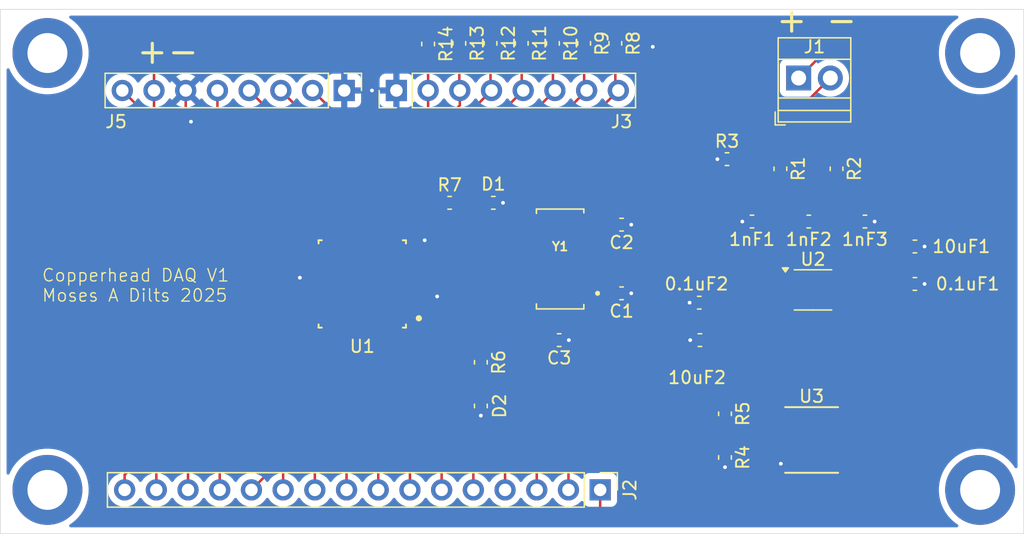
<source format=kicad_pcb>
(kicad_pcb (version 20241229) (generator "pcbnew") (generator_version "9.0")
  (layers (0 "F.Cu" signal) (2 "B.Cu" power "GND.Cu") (13 "F.Paste" user) (15 "B.Paste" user) (5 "F.SilkS" user "F.Silkscreen") (7 "B.SilkS" user "B.Silkscreen") (1 "F.Mask" user) (3 "B.Mask" user) (25 "Edge.Cuts" user))
  (net 0 "")
  (net 1 "TC_OFFSET")
  (net 2 "+5V")
  (net 3 "GND")
  (net 4 "Net-(U2-+IN)")
  (net 6 "TC_CHIP_OUT")
  (net 7 "Net-(U2--IN)")
  (net 8 "Net-(U1-XTAL1)")
  (net 9 "Net-(U1-XTAL2)")
  (net 10 "Net-(U1-PLLCAP)")
  (net 11 "Net-(D1-A)")
  (net 12 "Net-(D2-A)")
  (net 13 "/-")
  (net 14 "/+")
  (net 15 "Net-(U3-IN+)")
  (net 16 "Net-(J5-Pin_8)")
  (net 17 "Net-(J2-Pin_4)")
  (net 18 "Net-(J2-Pin_11)")
  (net 20 "Net-(J2-Pin_8)")
  (net 21 "Net-(J2-Pin_2)")
  (net 22 "Net-(J2-Pin_6)")
  (net 23 "Net-(J2-Pin_13)")
  (net 24 "Net-(J2-Pin_5)")
  (net 25 "Net-(J2-Pin_9)")
  (net 26 "Net-(J2-Pin_12)")
  (net 27 "Net-(J5-Pin_4)")
  (net 30 "Net-(J2-Pin_10)")
  (net 33 "Net-(J2-Pin_14)")
  (net 34 "Net-(J2-Pin_16)")
  (net 35 "Net-(J2-Pin_7)")
  (net 38 "Net-(J2-Pin_3)")
  (net 42 "Net-(U1-GPIO0)")
  (net 43 "Net-(J2-Pin_15)")
  (net 44 "Net-(J2-Pin_1)")
  (net 45 "Net-(J3-Pin_5)")
  (net 46 "Net-(J3-Pin_2)")
  (net 47 "Net-(J3-Pin_7)")
  (net 48 "Net-(J3-Pin_6)")
  (net 49 "Net-(J3-Pin_3)")
  (net 50 "Net-(J3-Pin_4)")
  (net 51 "Net-(J3-Pin_8)")
  (net 52 "Net-(J5-Pin_3)")
  (net 53 "Net-(J5-Pin_2)")
  (net 54 "Net-(J5-Pin_5)")
  (footprint "Connector_PinHeader_2.54mm:PinHeader_1x08_P2.54mm_Vertical" (layer "F.Cu") (at 142.96 86.5 90)
    (property "Reference" "J3" (at -2.5 18.04 0) (layer "F.SilkS"))
    (property "Value" "Conn_01x08_Pin")
    (pad "1" thru_hole rect (at 0 0 90) (size 1.7 1.7) (drill 1) (layers "*.Cu" "*.Mask") (net 3 "GND"))
    (pad "2" thru_hole circle (at 0 2.54 90) (size 1.7 1.7) (drill 1) (layers "*.Cu" "*.Mask") (net 46 "Net-(J3-Pin_2)"))
    (pad "3" thru_hole circle (at 0 5.08 90) (size 1.7 1.7) (drill 1) (layers "*.Cu" "*.Mask") (net 49 "Net-(J3-Pin_3)"))
    (pad "4" thru_hole circle (at 0 7.62 90) (size 1.7 1.7) (drill 1) (layers "*.Cu" "*.Mask") (net 50 "Net-(J3-Pin_4)"))
    (pad "5" thru_hole circle (at 0 10.16 90) (size 1.7 1.7) (drill 1) (layers "*.Cu" "*.Mask") (net 45 "Net-(J3-Pin_5)"))
    (pad "6" thru_hole circle (at 0 12.7 90) (size 1.7 1.7) (drill 1) (layers "*.Cu" "*.Mask") (net 48 "Net-(J3-Pin_6)"))
    (pad "7" thru_hole circle (at 0 15.24 90) (size 1.7 1.7) (drill 1) (layers "*.Cu" "*.Mask") (net 47 "Net-(J3-Pin_7)"))
    (pad "8" thru_hole circle (at 0 17.78 90) (size 1.7 1.7) (drill 1) (layers "*.Cu" "*.Mask") (net 51 "Net-(J3-Pin_8)"))
  )
  (footprint "Capacitor_SMD:C_0603_1608Metric" (layer "F.Cu") (at 153 82.725 -90)
    (property "Reference" "R11" (at 0 -1.43 90) (layer "F.SilkS"))
    (property "Value" "10k")
    (pad "1" smd roundrect (at -0.775 0 270) (size 0.9 0.95) (layers "F.Cu" "F.Mask" "F.Paste") (net 3 "GND"))
    (pad "2" smd roundrect (at 0.775 0 270) (size 0.9 0.95) (layers "F.Cu" "F.Mask" "F.Paste") (net 45 "Net-(J3-Pin_5)"))
  )
  (footprint "Capacitor_SMD:C_0603_1608Metric" (layer "F.Cu") (at 156 106.5 180)
    (property "Reference" "C3" (at 0 -1.43 0) (layer "F.SilkS"))
    (property "Value" "22nf")
    (pad "1" smd roundrect (at -0.775 0 180) (size 0.9 0.95) (layers "F.Cu" "F.Mask" "F.Paste") (net 3 "GND"))
    (pad "2" smd roundrect (at 0.775 0 180) (size 0.9 0.95) (layers "F.Cu" "F.Mask" "F.Paste") (net 10 "Net-(U1-PLLCAP)"))
  )
  (footprint "Capacitor_SMD:C_0603_1608Metric" (layer "F.Cu") (at 184.5 102 180)
    (property "Reference" "0.1uF1" (at -4.225 0 0) (layer "F.SilkS"))
    (property "Value" "C5")
    (pad "1" smd roundrect (at -0.775 0 180) (size 0.9 0.95) (layers "F.Cu" "F.Mask" "F.Paste") (net 3 "GND"))
    (pad "2" smd roundrect (at 0.775 0 180) (size 0.9 0.95) (layers "F.Cu" "F.Mask" "F.Paste") (net 2 "+5V"))
  )
  (footprint "Capacitor_SMD:C_0603_1608Metric" (layer "F.Cu") (at 169.285991 112.403474 -90)
    (property "Reference" "R5" (at 0 -1.43 90) (layer "F.SilkS"))
    (property "Value" "1k")
    (pad "1" smd roundrect (at -0.775 0 270) (size 0.9 0.95) (layers "F.Cu" "F.Mask" "F.Paste") (net 2 "+5V"))
    (pad "2" smd roundrect (at 0.775 0 270) (size 0.9 0.95) (layers "F.Cu" "F.Mask" "F.Paste") (net 15 "Net-(U3-IN+)"))
  )
  (footprint "Connector_PinHeader_2.54mm:PinHeader_1x16_P2.54mm_Vertical" (layer "F.Cu") (at 159.285 118.5 -90)
    (property "Reference" "J2" (at 0 -2.38 90) (layer "F.SilkS"))
    (property "Value" "Conn_01x16_Pin")
    (pad "1" thru_hole rect (at 0 0 270) (size 1.7 1.7) (drill 1) (layers "*.Cu" "*.Mask") (net 44 "Net-(J2-Pin_1)"))
    (pad "2" thru_hole circle (at 0 2.54 270) (size 1.7 1.7) (drill 1) (layers "*.Cu" "*.Mask") (net 21 "Net-(J2-Pin_2)"))
    (pad "3" thru_hole circle (at 0 5.08 270) (size 1.7 1.7) (drill 1) (layers "*.Cu" "*.Mask") (net 38 "Net-(J2-Pin_3)"))
    (pad "4" thru_hole circle (at 0 7.62 270) (size 1.7 1.7) (drill 1) (layers "*.Cu" "*.Mask") (net 17 "Net-(J2-Pin_4)"))
    (pad "5" thru_hole circle (at 0 10.16 270) (size 1.7 1.7) (drill 1) (layers "*.Cu" "*.Mask") (net 24 "Net-(J2-Pin_5)"))
    (pad "6" thru_hole circle (at 0 12.7 270) (size 1.7 1.7) (drill 1) (layers "*.Cu" "*.Mask") (net 22 "Net-(J2-Pin_6)"))
    (pad "7" thru_hole circle (at 0 15.24 270) (size 1.7 1.7) (drill 1) (layers "*.Cu" "*.Mask") (net 35 "Net-(J2-Pin_7)"))
    (pad "8" thru_hole circle (at 0 17.78 270) (size 1.7 1.7) (drill 1) (layers "*.Cu" "*.Mask") (net 20 "Net-(J2-Pin_8)"))
    (pad "9" thru_hole circle (at 0 20.32 270) (size 1.7 1.7) (drill 1) (layers "*.Cu" "*.Mask") (net 25 "Net-(J2-Pin_9)"))
    (pad "10" thru_hole circle (at 0 22.86 270) (size 1.7 1.7) (drill 1) (layers "*.Cu" "*.Mask") (net 30 "Net-(J2-Pin_10)"))
    (pad "11" thru_hole circle (at 0 25.4 270) (size 1.7 1.7) (drill 1) (layers "*.Cu" "*.Mask") (net 18 "Net-(J2-Pin_11)"))
    (pad "12" thru_hole circle (at 0 27.94 270) (size 1.7 1.7) (drill 1) (layers "*.Cu" "*.Mask") (net 26 "Net-(J2-Pin_12)"))
    (pad "13" thru_hole circle (at 0 30.48 270) (size 1.7 1.7) (drill 1) (layers "*.Cu" "*.Mask") (net 23 "Net-(J2-Pin_13)"))
    (pad "14" thru_hole circle (at 0 33.02 270) (size 1.7 1.7) (drill 1) (layers "*.Cu" "*.Mask") (net 33 "Net-(J2-Pin_14)"))
    (pad "15" thru_hole circle (at 0 35.56 270) (size 1.7 1.7) (drill 1) (layers "*.Cu" "*.Mask") (net 43 "Net-(J2-Pin_15)"))
    (pad "16" thru_hole circle (at 0 38.1 270) (size 1.7 1.7) (drill 1) (layers "*.Cu" "*.Mask") (net 34 "Net-(J2-Pin_16)"))
  )
  (footprint "Capacitor_SMD:C_0603_1608Metric" (layer "F.Cu") (at 180.5 97 180)
    (property "Reference" "1nF3" (at 0 -1.43 0) (layer "F.SilkS"))
    (property "Value" "C1")
    (pad "1" smd roundrect (at -0.775 0 180) (size 0.9 0.95) (layers "F.Cu" "F.Mask" "F.Paste") (net 3 "GND"))
    (pad "2" smd roundrect (at 0.775 0 180) (size 0.9 0.95) (layers "F.Cu" "F.Mask" "F.Paste") (net 4 "Net-(U2-+IN)"))
  )
  (footprint "Capacitor_SMD:C_0603_1608Metric" (layer "F.Cu") (at 176 97 180)
    (property "Reference" "1nF2" (at 0 -1.43 0) (layer "F.SilkS"))
    (property "Value" "C2")
    (pad "1" smd roundrect (at -0.775 0 180) (size 0.9 0.95) (layers "F.Cu" "F.Mask" "F.Paste") (net 4 "Net-(U2-+IN)"))
    (pad "2" smd roundrect (at 0.775 0 180) (size 0.9 0.95) (layers "F.Cu" "F.Mask" "F.Paste") (net 7 "Net-(U2--IN)"))
  )
  (footprint "Capacitor_SMD:C_0603_1608Metric" (layer "F.Cu") (at 167.275 106.5)
    (property "Reference" "10uF2" (at -0.225 3 0) (layer "F.SilkS"))
    (property "Value" "C7")
    (pad "1" smd roundrect (at -0.775 0) (size 0.9 0.95) (layers "F.Cu" "F.Mask" "F.Paste") (net 3 "GND"))
    (pad "2" smd roundrect (at 0.775 0) (size 0.9 0.95) (layers "F.Cu" "F.Mask" "F.Paste") (net 3 "GND"))
  )
  (footprint "ul_ADS1158IRTCR:RTC0048A-IPC_A" (layer "F.Cu") (at 140.225 102 180)
    (property "Reference" "U1" (at 0 -5 0) (layer "F.SilkS"))
    (property "Value" "ADS1158IRTCR (ADC)")
    (pad "1" smd rect (at -3.451245 -2.75 270) (size 0.239283 1.009637) (layers "F.Cu" "F.Mask" "F.Paste") (net 17 "Net-(J2-Pin_4)"))
    (pad "2" smd rect (at -3.451245 -2.250001 270) (size 0.239283 1.009637) (layers "F.Cu" "F.Mask" "F.Paste") (net 38 "Net-(J2-Pin_3)"))
    (pad "3" smd rect (at -3.451245 -1.749999 270) (size 0.239283 1.009637) (layers "F.Cu" "F.Mask" "F.Paste") (net 21 "Net-(J2-Pin_2)"))
    (pad "4" smd rect (at -3.451245 -1.25 270) (size 0.239283 1.009637) (layers "F.Cu" "F.Mask" "F.Paste") (net 6 "TC_CHIP_OUT"))
    (pad "5" smd rect (at -3.451245 -0.749998 270) (size 0.239283 1.009637) (layers "F.Cu" "F.Mask" "F.Paste") (net 3 "GND"))
    (pad "6" smd rect (at -3.451245 -0.25 270) (size 0.239283 1.009637) (layers "F.Cu" "F.Mask" "F.Paste") (net 2 "+5V"))
    (pad "7" smd rect (at -3.451245 0.25 270) (size 0.239283 1.009637) (layers "F.Cu" "F.Mask" "F.Paste") (net 10 "Net-(U1-PLLCAP)"))
    (pad "8" smd rect (at -3.451245 0.750001 270) (size 0.239283 1.009637) (layers "F.Cu" "F.Mask" "F.Paste") (net 8 "Net-(U1-XTAL1)"))
    (pad "9" smd rect (at -3.451245 1.25 270) (size 0.239283 1.009637) (layers "F.Cu" "F.Mask" "F.Paste") (net 9 "Net-(U1-XTAL2)"))
    (pad "10" smd rect (at -3.451245 1.750002 270) (size 0.239283 1.009637) (layers "F.Cu" "F.Mask" "F.Paste") (net 2 "+5V"))
    (pad "11" smd rect (at -3.451245 2.250001 270) (size 0.239283 1.009637) (layers "F.Cu" "F.Mask" "F.Paste") (net 2 "+5V"))
    (pad "12" smd rect (at -3.451245 2.75 270) (size 0.239283 1.009637) (layers "F.Cu" "F.Mask" "F.Paste") (net 3 "GND"))
    (pad "13" smd rect (at -2.75 3.451248 180) (size 0.239283 1.009637) (layers "F.Cu" "F.Mask" "F.Paste"))
    (pad "14" smd rect (at -2.250001 3.451248 180) (size 0.239283 1.009637) (layers "F.Cu" "F.Mask" "F.Paste") (net 42 "Net-(U1-GPIO0)"))
    (pad "15" smd rect (at -1.749999 3.451248 180) (size 0.239283 1.009637) (layers "F.Cu" "F.Mask" "F.Paste") (net 51 "Net-(J3-Pin_8)"))
    (pad "16" smd rect (at -1.25 3.451248 180) (size 0.239283 1.009637) (layers "F.Cu" "F.Mask" "F.Paste") (net 47 "Net-(J3-Pin_7)"))
    (pad "17" smd rect (at -0.749998 3.451248 180) (size 0.239283 1.009637) (layers "F.Cu" "F.Mask" "F.Paste") (net 48 "Net-(J3-Pin_6)"))
    (pad "18" smd rect (at -0.25 3.451248 180) (size 0.239283 1.009637) (layers "F.Cu" "F.Mask" "F.Paste") (net 45 "Net-(J3-Pin_5)"))
    (pad "19" smd rect (at 0.25 3.451248 180) (size 0.239283 1.009637) (layers "F.Cu" "F.Mask" "F.Paste") (net 50 "Net-(J3-Pin_4)"))
    (pad "20" smd rect (at 0.750001 3.451248 180) (size 0.239283 1.009637) (layers "F.Cu" "F.Mask" "F.Paste") (net 49 "Net-(J3-Pin_3)"))
    (pad "21" smd rect (at 1.25 3.451248 180) (size 0.239283 1.009637) (layers "F.Cu" "F.Mask" "F.Paste") (net 46 "Net-(J3-Pin_2)"))
    (pad "22" smd rect (at 1.750002 3.451248 180) (size 0.239283 1.009637) (layers "F.Cu" "F.Mask" "F.Paste") (net 53 "Net-(J5-Pin_2)"))
    (pad "23" smd rect (at 2.250001 3.451248 180) (size 0.239283 1.009637) (layers "F.Cu" "F.Mask" "F.Paste") (net 52 "Net-(J5-Pin_3)"))
    (pad "24" smd rect (at 2.75 3.451248 180) (size 0.239283 1.009637) (layers "F.Cu" "F.Mask" "F.Paste") (net 27 "Net-(J5-Pin_4)"))
    (pad "25" smd rect (at 3.451248 2.75 270) (size 0.239283 1.009637) (layers "F.Cu" "F.Mask" "F.Paste") (net 54 "Net-(J5-Pin_5)"))
    (pad "26" smd rect (at 3.451248 2.250001 270) (size 0.239283 1.009637) (layers "F.Cu" "F.Mask" "F.Paste") (net 2 "+5V"))
    (pad "27" smd rect (at 3.451248 1.750002 270) (size 0.239283 1.009637) (layers "F.Cu" "F.Mask" "F.Paste") (net 16 "Net-(J5-Pin_8)"))
    (pad "28" smd rect (at 3.451248 1.25 270) (size 0.239283 1.009637) (layers "F.Cu" "F.Mask" "F.Paste") (net 2 "+5V"))
    (pad "29" smd rect (at 3.451248 0.750001 270) (size 0.239283 1.009637) (layers "F.Cu" "F.Mask" "F.Paste") (net 3 "GND"))
    (pad "30" smd rect (at 3.451248 0.25 270) (size 0.239283 1.009637) (layers "F.Cu" "F.Mask" "F.Paste"))
    (pad "31" smd rect (at 3.451248 -0.25 270) (size 0.239283 1.009637) (layers "F.Cu" "F.Mask" "F.Paste"))
    (pad "32" smd rect (at 3.451248 -0.749998 270) (size 0.239283 1.009637) (layers "F.Cu" "F.Mask" "F.Paste") (net 44 "Net-(J2-Pin_1)"))
    (pad "33" smd rect (at 3.451248 -1.25 270) (size 0.239283 1.009637) (layers "F.Cu" "F.Mask" "F.Paste") (net 34 "Net-(J2-Pin_16)"))
    (pad "34" smd rect (at 3.451248 -1.749999 270) (size 0.239283 1.009637) (layers "F.Cu" "F.Mask" "F.Paste") (net 43 "Net-(J2-Pin_15)"))
    (pad "35" smd rect (at 3.451248 -2.250001 270) (size 0.239283 1.009637) (layers "F.Cu" "F.Mask" "F.Paste") (net 33 "Net-(J2-Pin_14)"))
    (pad "36" smd rect (at 3.451248 -2.75 270) (size 0.239283 1.009637) (layers "F.Cu" "F.Mask" "F.Paste") (net 23 "Net-(J2-Pin_13)"))
    (pad "37" smd rect (at 2.75 -3.451245 180) (size 0.239283 1.009637) (layers "F.Cu" "F.Mask" "F.Paste") (net 26 "Net-(J2-Pin_12)"))
    (pad "38" smd rect (at 2.250001 -3.451245 180) (size 0.239283 1.009637) (layers "F.Cu" "F.Mask" "F.Paste") (net 18 "Net-(J2-Pin_11)"))
    (pad "39" smd rect (at 1.750002 -3.451245 180) (size 0.239283 1.009637) (layers "F.Cu" "F.Mask" "F.Paste") (net 30 "Net-(J2-Pin_10)"))
    (pad "40" smd rect (at 1.25 -3.451245 180) (size 0.239283 1.009637) (layers "F.Cu" "F.Mask" "F.Paste") (net 25 "Net-(J2-Pin_9)"))
    (pad "41" smd rect (at 0.750001 -3.451245 180) (size 0.239283 1.009637) (layers "F.Cu" "F.Mask" "F.Paste"))
    (pad "42" smd rect (at 0.25 -3.451245 180) (size 0.239283 1.009637) (layers "F.Cu" "F.Mask" "F.Paste"))
    (pad "43" smd rect (at -0.25 -3.451245 180) (size 0.239283 1.009637) (layers "F.Cu" "F.Mask" "F.Paste"))
    (pad "44" smd rect (at -0.749998 -3.451245 180) (size 0.239283 1.009637) (layers "F.Cu" "F.Mask" "F.Paste"))
    (pad "45" smd rect (at -1.25 -3.451245 180) (size 0.239283 1.009637) (layers "F.Cu" "F.Mask" "F.Paste") (net 20 "Net-(J2-Pin_8)"))
    (pad "46" smd rect (at -1.749999 -3.451245 180) (size 0.239283 1.009637) (layers "F.Cu" "F.Mask" "F.Paste") (net 35 "Net-(J2-Pin_7)"))
    (pad "47" smd rect (at -2.250001 -3.451245 180) (size 0.239283 1.009637) (layers "F.Cu" "F.Mask" "F.Paste") (net 22 "Net-(J2-Pin_6)"))
    (pad "48" smd rect (at -2.75 -3.451245 180) (size 0.239283 1.009637) (layers "F.Cu" "F.Mask" "F.Paste") (net 24 "Net-(J2-Pin_5)"))
    (pad "49" smd rect (at 0 0 180) (size 5.2 5.2) (layers "F.Cu" "F.Mask") (net 3 "GND"))
  )
  (footprint "Capacitor_SMD:C_0603_1608Metric" (layer "F.Cu") (at 150.5 82.725 -90)
    (property "Reference" "R12" (at 0 -1.43 90) (layer "F.SilkS"))
    (property "Value" "10k")
    (pad "1" smd roundrect (at -0.775 0 270) (size 0.9 0.95) (layers "F.Cu" "F.Mask" "F.Paste") (net 3 "GND"))
    (pad "2" smd roundrect (at 0.775 0 270) (size 0.9 0.95) (layers "F.Cu" "F.Mask" "F.Paste") (net 50 "Net-(J3-Pin_4)"))
  )
  (footprint "TerminalBlock:TerminalBlock_Xinya_XY308-2.54-2P_1x02_P2.54mm_Horizontal" (layer "F.Cu") (at 175.185 85.5)
    (property "Reference" "J1" (at 1.27 -2.5 0) (layer "F.SilkS"))
    (property "Value" "Thermocouple")
    (pad "1" thru_hole rect (at 0 0) (size 2 2) (drill 1.2) (layers "*.Cu" "*.Mask") (net 14 "/+"))
    (pad "2" thru_hole circle (at 2.54 0) (size 2 2) (drill 1.2) (layers "*.Cu" "*.Mask") (net 13 "/-"))
  )
  (footprint "MountingHole:MountingHole_3.2mm_M3_DIN965_Pad" (layer "F.Cu") (at 115 83.5)
    (property "Reference" "REF**" (hide yes))
    (property "Value" "M3" (hide yes))
    (pad "1" thru_hole circle (at 0 0) (size 5.6 5.6) (drill 3.2) (layers "*.Cu" "*.Mask"))
  )
  (footprint "Capacitor_SMD:C_0603_1608Metric" (layer "F.Cu") (at 160.5 82.725 -90)
    (property "Reference" "R8" (at 0 -1.43 90) (layer "F.SilkS"))
    (property "Value" "10k")
    (pad "1" smd roundrect (at -0.775 0 270) (size 0.9 0.95) (layers "F.Cu" "F.Mask" "F.Paste") (net 3 "GND"))
    (pad "2" smd roundrect (at 0.775 0 270) (size 0.9 0.95) (layers "F.Cu" "F.Mask" "F.Paste") (net 51 "Net-(J3-Pin_8)"))
  )
  (footprint "Capacitor_SMD:C_0603_1608Metric" (layer "F.Cu") (at 178.225 92.775 -90)
    (property "Reference" "R2" (at 0 -1.43 90) (layer "F.SilkS"))
    (property "Value" "10k")
    (pad "1" smd roundrect (at -0.775 0 270) (size 0.9 0.95) (layers "F.Cu" "F.Mask" "F.Paste") (net 14 "/+"))
    (pad "2" smd roundrect (at 0.775 0 270) (size 0.9 0.95) (layers "F.Cu" "F.Mask" "F.Paste") (net 4 "Net-(U2-+IN)"))
  )
  (footprint "Package_SO:MSOP-8_3x3mm_P0.65mm" (layer "F.Cu") (at 176.3375 102.475)
    (property "Reference" "U2" (at 0 -2.45 0) (layer "F.SilkS"))
    (property "Value" "AD8495 (TC AMP)")
    (pad "1" smd roundrect (at -2.1125 -0.975) (size 1.625 0.4) (layers "F.Cu" "F.Mask" "F.Paste") (net 7 "Net-(U2--IN)"))
    (pad "2" smd roundrect (at -2.1125 -0.325) (size 1.625 0.4) (layers "F.Cu" "F.Mask" "F.Paste") (net 1 "TC_OFFSET"))
    (pad "3" smd roundrect (at -2.1125 0.325) (size 1.625 0.4) (layers "F.Cu" "F.Mask" "F.Paste") (net 3 "GND"))
    (pad "4" smd roundrect (at -2.1125 0.975) (size 1.625 0.4) (layers "F.Cu" "F.Mask" "F.Paste"))
    (pad "5" smd roundrect (at 2.1125 0.975) (size 1.625 0.4) (layers "F.Cu" "F.Mask" "F.Paste") (net 6 "TC_CHIP_OUT"))
    (pad "6" smd roundrect (at 2.1125 0.325) (size 1.625 0.4) (layers "F.Cu" "F.Mask" "F.Paste") (net 6 "TC_CHIP_OUT"))
    (pad "7" smd roundrect (at 2.1125 -0.325) (size 1.625 0.4) (layers "F.Cu" "F.Mask" "F.Paste") (net 2 "+5V"))
    (pad "8" smd roundrect (at 2.1125 -0.975) (size 1.625 0.4) (layers "F.Cu" "F.Mask" "F.Paste") (net 4 "Net-(U2-+IN)"))
  )
  (footprint "Capacitor_SMD:C_0603_1608Metric" (layer "F.Cu") (at 169.45 92)
    (property "Reference" "R3" (at 0 -1.43 0) (layer "F.SilkS"))
    (property "Value" "1M")
    (pad "1" smd roundrect (at -0.775 0) (size 0.9 0.95) (layers "F.Cu" "F.Mask" "F.Paste") (net 3 "GND"))
    (pad "2" smd roundrect (at 0.775 0) (size 0.9 0.95) (layers "F.Cu" "F.Mask" "F.Paste") (net 13 "/-"))
  )
  (footprint "Capacitor_SMD:C_0603_1608Metric" (layer "F.Cu") (at 167.225 103.5)
    (property "Reference" "0.1uF2" (at -0.225 -1.5 0) (layer "F.SilkS"))
    (property "Value" "C6")
    (pad "1" smd roundrect (at -0.775 0) (size 0.9 0.95) (layers "F.Cu" "F.Mask" "F.Paste") (net 3 "GND"))
    (pad "2" smd roundrect (at 0.775 0) (size 0.9 0.95) (layers "F.Cu" "F.Mask" "F.Paste") (net 3 "GND"))
  )
  (footprint "Capacitor_SMD:C_0603_1608Metric" (layer "F.Cu") (at 148 82.725 -90)
    (property "Reference" "R13" (at 0 -1.43 90) (layer "F.SilkS"))
    (property "Value" "10k")
    (pad "1" smd roundrect (at -0.775 0 270) (size 0.9 0.95) (layers "F.Cu" "F.Mask" "F.Paste") (net 3 "GND"))
    (pad "2" smd roundrect (at 0.775 0 270) (size 0.9 0.95) (layers "F.Cu" "F.Mask" "F.Paste") (net 49 "Net-(J3-Pin_3)"))
  )
  (footprint "Connector_PinHeader_2.54mm:PinHeader_1x08_P2.54mm_Vertical" (layer "F.Cu") (at 138.78 86.5 -90)
    (property "Reference" "J5" (at 2.5 18.28 180) (layer "F.SilkS"))
    (property "Value" "Conn_01x08_Pin")
    (pad "1" thru_hole rect (at 0 0 270) (size 1.7 1.7) (drill 1) (layers "*.Cu" "*.Mask") (net 3 "GND"))
    (pad "2" thru_hole circle (at 0 2.54 270) (size 1.7 1.7) (drill 1) (layers "*.Cu" "*.Mask") (net 53 "Net-(J5-Pin_2)"))
    (pad "3" thru_hole circle (at 0 5.08 270) (size 1.7 1.7) (drill 1) (layers "*.Cu" "*.Mask") (net 52 "Net-(J5-Pin_3)"))
    (pad "4" thru_hole circle (at 0 7.62 270) (size 1.7 1.7) (drill 1) (layers "*.Cu" "*.Mask") (net 27 "Net-(J5-Pin_4)"))
    (pad "5" thru_hole circle (at 0 10.16 270) (size 1.7 1.7) (drill 1) (layers "*.Cu" "*.Mask") (net 54 "Net-(J5-Pin_5)"))
    (pad "6" thru_hole circle (at 0 12.7 270) (size 1.7 1.7) (drill 1) (layers "*.Cu" "*.Mask") (net 3 "GND"))
    (pad "7" thru_hole circle (at 0 15.24 270) (size 1.7 1.7) (drill 1) (layers "*.Cu" "*.Mask") (net 2 "+5V"))
    (pad "8" thru_hole circle (at 0 17.78 270) (size 1.7 1.7) (drill 1) (layers "*.Cu" "*.Mask") (net 16 "Net-(J5-Pin_8)"))
  )
  (footprint "Capacitor_SMD:C_0603_1608Metric" (layer "F.Cu") (at 150.725 95.5 180)
    (property "Reference" "D1" (at 0 1.5 0) (layer "F.SilkS"))
    (property "Value" "LED")
    (pad "1" smd roundrect (at -0.775 0 180) (size 0.9 0.95) (layers "F.Cu" "F.Mask" "F.Paste") (net 3 "GND"))
    (pad "2" smd roundrect (at 0.775 0 180) (size 0.9 0.95) (layers "F.Cu" "F.Mask" "F.Paste") (net 11 "Net-(D1-A)"))
  )
  (footprint "Capacitor_SMD:C_0603_1608Metric" (layer "F.Cu") (at 169.285991 115.903474 -90)
    (property "Reference" "R4" (at 0 -1.43 90) (layer "F.SilkS"))
    (property "Value" "1k")
    (pad "1" smd roundrect (at -0.775 0 270) (size 0.9 0.95) (layers "F.Cu" "F.Mask" "F.Paste") (net 15 "Net-(U3-IN+)"))
    (pad "2" smd roundrect (at 0.775 0 270) (size 0.9 0.95) (layers "F.Cu" "F.Mask" "F.Paste") (net 3 "GND"))
  )
  (footprint "Capacitor_SMD:C_0603_1608Metric" (layer "F.Cu") (at 173.725 92.775 -90)
    (property "Reference" "R1" (at 0 -1.43 90) (layer "F.SilkS"))
    (property "Value" "10k")
    (pad "1" smd roundrect (at -0.775 0 270) (size 0.9 0.95) (layers "F.Cu" "F.Mask" "F.Paste") (net 13 "/-"))
    (pad "2" smd roundrect (at 0.775 0 270) (size 0.9 0.95) (layers "F.Cu" "F.Mask" "F.Paste") (net 7 "Net-(U2--IN)"))
  )
  (footprint "Capacitor_SMD:C_0603_1608Metric" (layer "F.Cu") (at 149.725 108.275 -90)
    (property "Reference" "R6" (at 0 -1.43 90) (layer "F.SilkS"))
    (property "Value" "100")
    (pad "1" smd roundrect (at -0.775 0 270) (size 0.9 0.95) (layers "F.Cu" "F.Mask" "F.Paste") (net 2 "+5V"))
    (pad "2" smd roundrect (at 0.775 0 270) (size 0.9 0.95) (layers "F.Cu" "F.Mask" "F.Paste") (net 12 "Net-(D2-A)"))
  )
  (footprint "Capacitor_SMD:C_0603_1608Metric" (layer "F.Cu") (at 161 102.75 180)
    (property "Reference" "C1" (at 0 -1.43 0) (layer "F.SilkS"))
    (property "Value" "4.7pf")
    (pad "1" smd roundrect (at -0.775 0 180) (size 0.9 0.95) (layers "F.Cu" "F.Mask" "F.Paste") (net 3 "GND"))
    (pad "2" smd roundrect (at 0.775 0 180) (size 0.9 0.95) (layers "F.Cu" "F.Mask" "F.Paste") (net 8 "Net-(U1-XTAL1)"))
  )
  (footprint "MountingHole:MountingHole_3.2mm_M3_DIN965_Pad" (layer "F.Cu") (at 189.725 83.5)
    (property "Reference" "REF**" (hide yes))
    (property "Value" "M3" (hide yes))
    (pad "1" thru_hole circle (at 0 0) (size 5.6 5.6) (drill 3.2) (layers "*.Cu" "*.Mask"))
  )
  (footprint "Capacitor_SMD:C_0603_1608Metric" (layer "F.Cu") (at 145.5 82.775 -90)
    (property "Reference" "R14" (at 0 -1.43 90) (layer "F.SilkS"))
    (property "Value" "10k")
    (pad "1" smd roundrect (at -0.775 0 270) (size 0.9 0.95) (layers "F.Cu" "F.Mask" "F.Paste") (net 3 "GND"))
    (pad "2" smd roundrect (at 0.775 0 270) (size 0.9 0.95) (layers "F.Cu" "F.Mask" "F.Paste") (net 46 "Net-(J3-Pin_2)"))
  )
  (footprint "ul_ADS1158IRTCR:R_8_ADI" (layer "F.Cu") (at 176.225 114.5)
    (property "Reference" "U3" (at 0 -3.5 0) (layer "F.SilkS"))
    (property "Value" "OP777ARZ (OP AMP)")
    (pad "1" smd rect (at -2.4638 -1.905) (size 1.9812 0.5588) (layers "F.Cu" "F.Mask" "F.Paste"))
    (pad "2" smd rect (at -2.4638 -0.635) (size 1.9812 0.5588) (layers "F.Cu" "F.Mask" "F.Paste") (net 1 "TC_OFFSET"))
    (pad "3" smd rect (at -2.4638 0.635) (size 1.9812 0.5588) (layers "F.Cu" "F.Mask" "F.Paste") (net 15 "Net-(U3-IN+)"))
    (pad "4" smd rect (at -2.4638 1.905) (size 1.9812 0.5588) (layers "F.Cu" "F.Mask" "F.Paste") (net 3 "GND"))
    (pad "5" smd rect (at 2.4638 1.905) (size 1.9812 0.5588) (layers "F.Cu" "F.Mask" "F.Paste"))
    (pad "6" smd rect (at 2.4638 0.635) (size 1.9812 0.5588) (layers "F.Cu" "F.Mask" "F.Paste") (net 1 "TC_OFFSET"))
    (pad "7" smd rect (at 2.4638 -0.635) (size 1.9812 0.5588) (layers "F.Cu" "F.Mask" "F.Paste") (net 2 "+5V"))
    (pad "8" smd rect (at 2.4638 -1.905) (size 1.9812 0.5588) (layers "F.Cu" "F.Mask" "F.Paste"))
  )
  (footprint "Capacitor_SMD:C_0603_1608Metric" (layer "F.Cu") (at 149.725 111.775 90)
    (property "Reference" "D2" (at 0 1.5 90) (layer "F.SilkS"))
    (property "Value" "LED")
    (pad "1" smd roundrect (at -0.775 0 90) (size 0.9 0.95) (layers "F.Cu" "F.Mask" "F.Paste") (net 3 "GND"))
    (pad "2" smd roundrect (at 0.775 0 90) (size 0.9 0.95) (layers "F.Cu" "F.Mask" "F.Paste") (net 12 "Net-(D2-A)"))
  )
  (footprint "Capacitor_SMD:C_0603_1608Metric" (layer "F.Cu") (at 184.5 99 180)
    (property "Reference" "10uF1" (at -3.725 0 0) (layer "F.SilkS"))
    (property "Value" "C4")
    (pad "1" smd roundrect (at -0.775 0 180) (size 0.9 0.95) (layers "F.Cu" "F.Mask" "F.Paste") (net 3 "GND"))
    (pad "2" smd roundrect (at 0.775 0 180) (size 0.9 0.95) (layers "F.Cu" "F.Mask" "F.Paste") (net 2 "+5V"))
  )
  (footprint "Capacitor_SMD:C_0603_1608Metric" (layer "F.Cu") (at 147.225 95.5)
    (property "Reference" "R7" (at 0 -1.43 0) (layer "F.SilkS"))
    (property "Value" "100")
    (pad "1" smd roundrect (at -0.775 0) (size 0.9 0.95) (layers "F.Cu" "F.Mask" "F.Paste") (net 42 "Net-(U1-GPIO0)"))
    (pad "2" smd roundrect (at 0.775 0) (size 0.9 0.95) (layers "F.Cu" "F.Mask" "F.Paste") (net 11 "Net-(D1-A)"))
  )
  (footprint "Capacitor_SMD:C_0603_1608Metric" (layer "F.Cu") (at 158 82.725 -90)
    (property "Reference" "R9" (at 0 -1.43 90) (layer "F.SilkS"))
    (property "Value" "10k")
    (pad "1" smd roundrect (at -0.775 0 270) (size 0.9 0.95) (layers "F.Cu" "F.Mask" "F.Paste") (net 3 "GND"))
    (pad "2" smd roundrect (at 0.775 0 270) (size 0.9 0.95) (layers "F.Cu" "F.Mask" "F.Paste") (net 47 "Net-(J3-Pin_7)"))
  )
  (footprint "ul_ADS1158IRTCR:XTAL_ABS25-32.768KHZ-6-1-T" (layer "F.Cu") (at 156.076248 100 180)
    (property "Reference" "Y1" (at 0 1 0) (layer "F.SilkS") (effects (font (size 0.700943 0.700943))))
    (property "Value" "32.768kHz")
    (pad "1" smd rect (at -1.6 -2.75 180) (size 1.9 1.3) (layers "F.Cu" "F.Mask" "F.Paste") (net 8 "Net-(U1-XTAL1)"))
    (pad "2" smd rect (at -1.6 2.75 180) (size 1.9 1.3) (layers "F.Cu" "F.Mask" "F.Paste") (net 9 "Net-(U1-XTAL2)"))
    (pad "3" smd rect (at 1.6 2.75 180) (size 1.9 1.3) (layers "F.Cu" "F.Mask" "F.Paste"))
    (pad "4" smd rect (at 1.6 -2.75 180) (size 1.9 1.3) (layers "F.Cu" "F.Mask" "F.Paste"))
  )
  (footprint "MountingHole:MountingHole_3.2mm_M3_DIN965_Pad" (layer "F.Cu") (at 189.725 118.5)
    (property "Reference" "REF**" (hide yes))
    (property "Value" "M3" (hide yes))
    (pad "1" thru_hole circle (at 0 0) (size 5.6 5.6) (drill 3.2) (layers "*.Cu" "*.Mask"))
  )
  (footprint "Capacitor_SMD:C_0603_1608Metric" (layer "F.Cu") (at 171.45 97 180)
    (property "Reference" "1nF1" (at 0 -1.43 0) (layer "F.SilkS"))
    (property "Value" "C3")
    (pad "1" smd roundrect (at -0.775 0 180) (size 0.9 0.95) (layers "F.Cu" "F.Mask" "F.Paste") (net 7 "Net-(U2--IN)"))
    (pad "2" smd roundrect (at 0.775 0 180) (size 0.9 0.95) (layers "F.Cu" "F.Mask" "F.Paste") (net 3 "GND"))
  )
  (footprint "MountingHole:MountingHole_3.2mm_M3_DIN965_Pad" (layer "F.Cu") (at 115 118.5)
    (property "Reference" "MAD 2025" (hide yes))
    (property "Value" "M3" (hide yes))
    (pad "1" thru_hole circle (at 0 0) (size 5.6 5.6) (drill 3.2) (layers "*.Cu" "*.Mask"))
  )
  (footprint "Capacitor_SMD:C_0603_1608Metric" (layer "F.Cu") (at 155.5 82.725 -90)
    (property "Reference" "R10" (at 0 -1.43 90) (layer "F.SilkS"))
    (property "Value" "10k")
    (pad "1" smd roundrect (at -0.775 0 270) (size 0.9 0.95) (layers "F.Cu" "F.Mask" "F.Paste") (net 3 "GND"))
    (pad "2" smd roundrect (at 0.775 0 270) (size 0.9 0.95) (layers "F.Cu" "F.Mask" "F.Paste") (net 48 "Net-(J3-Pin_6)"))
  )
  (footprint "Capacitor_SMD:C_0603_1608Metric" (layer "F.Cu") (at 161 97.25 180)
    (property "Reference" "C2" (at 0 -1.43 0) (layer "F.SilkS"))
    (property "Value" "4.7pf")
    (pad "1" smd roundrect (at -0.775 0 180) (size 0.9 0.95) (layers "F.Cu" "F.Mask" "F.Paste") (net 3 "GND"))
    (pad "2" smd roundrect (at 0.775 0 180) (size 0.9 0.95) (layers "F.Cu" "F.Mask" "F.Paste") (net 9 "Net-(U1-XTAL2)"))
  )
  (gr_rect (start 111.225 80) (end 193.225 122) (stroke (width 0.05)) (fill no) (layer "Edge.Cuts"))
  (gr_text "Copperhead DAQ V1\nMoses A Dilts 2025" (at 114.5 103.5 0) (layer "F.SilkS") (effects (font (size 1 1) (thickness 0.1)) (justify left bottom)))
  (gr_text "+-" (at 122 84.5 0) (layer "F.SilkS") (effects (font (size 2 2) (thickness 0.25)) (justify left bottom)))
  (gr_text "+ -" (at 173.225 82 0) (layer "F.SilkS") (effects (font (size 2 2) (thickness 0.25)) (justify left bottom)))
  (segment (start 174.4724 113.865) (end 173.7612 113.865) (width 0.2) (layer "F.Cu") (net 1))
  (segment (start 173.412501 102.15) (end 174.225 102.15) (width 0.2) (layer "F.Cu") (net 1))
  (segment (start 174.4724 113.865) (end 175.7424 115.135) (width 0.2) (layer "F.Cu") (net 1))
  (segment (start 175.7424 115.135) (end 178.6888 115.135) (width 0.2) (layer "F.Cu") (net 1))
  (segment (start 173.7612 113.865) (end 173.1612 113.865) (width 0.2) (layer "F.Cu") (net 1))
  (segment (start 175.725 108.5) (end 175.725 112.6124) (width 0.2) (layer "F.Cu") (net 1))
  (segment (start 174.955956 102.15) (end 175.725 102.919044) (width 0.2) (layer "F.Cu") (net 1))
  (segment (start 175.725 102.919044) (end 175.725 108.5) (width 0.2) (layer "F.Cu") (net 1))
  (segment (start 175.725 112.6124) (end 174.4724 113.865) (width 0.2) (layer "F.Cu") (net 1))
  (segment (start 174.225 102.15) (end 174.955956 102.15) (width 0.2) (layer "F.Cu") (net 1))
  (segment (start 149.725 107.5) (end 149.725 104) (width 0.2) (layer "F.Cu") (net 2))
  (segment (start 119.5 84.5) (end 118.75 85.25) (width 0.2) (layer "F.Cu") (net 2))
  (segment (start 118.824 120.1661) (end 119.5589 120.901) (width 0.2) (layer "F.Cu") (net 2))
  (segment (start 123.54 85.04) (end 123 84.5) (width 0.2) (layer "F.Cu") (net 2))
  (segment (start 162.853474 111.628474) (end 162.725 111.628474) (width 0.2) (layer "F.Cu") (net 2))
  (segment (start 119.5589 120.901) (end 177.8911 120.901) (width 0.2) (layer "F.Cu") (net 2))
  (segment (start 162.725 111.628474) (end 153.853474 111.628474) (width 0.2) (layer "F.Cu") (net 2))
  (segment (start 134.9079 100.75) (end 136.773752 100.75) (width 0.2) (layer "F.Cu") (net 2))
  (segment (start 118.75 85.25) (end 118.75 88.25) (width 0.2) (layer "F.Cu") (net 2))
  (segment (start 134.817099 99.749999) (end 136.773752 99.749999) (width 0.2) (layer "F.Cu") (net 2))
  (segment (start 183.575 102.15) (end 183.725 102) (width 0.2) (layer "F.Cu") (net 2))
  (segment (start 179.225 118) (end 169.225 118) (width 0.2) (layer "F.Cu") (net 2))
  (segment (start 143.676245 99.749999) (end 143.676245 100.249998) (width 0.2) (layer "F.Cu") (net 2))
  (segment (start 183.725 83.225) (end 182.5 82) (width 0.2) (layer "F.Cu") (net 2))
  (segment (start 178.45 102.15) (end 183.575 102.15) (width 0.2) (layer "F.Cu") (net 2))
  (segment (start 180.725 115.3012) (end 179.2888 113.865) (width 0.2) (layer "F.Cu") (net 2))
  (segment (start 149.725 104) (end 147.975 102.25) (width 0.2) (layer "F.Cu") (net 2))
  (segment (start 169.285991 111.628474) (end 162.725 111.628474) (width 0.2) (layer "F.Cu") (net 2))
  (segment (start 123.54 88.4729) (end 134.817099 99.749999) (width 0.2) (layer "F.Cu") (net 2))
  (segment (start 155.701 92.799) (end 148.750001 99.749999) (width 0.2) (layer "F.Cu") (net 2))
  (segment (start 183.725 99) (end 183.725 102) (width 0.2) (layer "F.Cu") (net 2))
  (segment (start 148.750001 99.749999) (end 143.676245 99.749999) (width 0.2) (layer "F.Cu") (net 2))
  (segment (start 134.9079 100.75) (end 131.25 100.75) (width 0.2) (layer "F.Cu") (net 2))
  (segment (start 183.725 115.0671) (end 183.725 102) (width 0.2) (layer "F.Cu") (net 2))
  (segment (start 131.25 100.75) (end 120 89.5) (width 0.2) (layer "F.Cu") (net 2))
  (segment (start 159 92.799) (end 155.701 92.799) (width 0.2) (layer "F.Cu") (net 2))
  (segment (start 169.799 82) (end 159 92.799) (width 0.2) (layer "F.Cu") (net 2))
  (segment (start 177.8911 120.901) (end 183.725 115.0671) (width 0.2) (layer "F.Cu") (net 2))
  (segment (start 180.225 106.605956) (end 177.225 103.605956) (width 0.2) (layer "F.Cu") (net 2))
  (segment (start 182.5 82) (end 169.799 82) (width 0.2) (layer "F.Cu") (net 2))
  (segment (start 177.637501 102.15) (end 178.45 102.15) (width 0.2) (layer "F.Cu") (net 2))
  (segment (start 118.824 120.1661) (end 118.824 116.8339) (width 0.2) (layer "F.Cu") (net 2))
  (segment (start 123.54 86.5) (end 123.54 85.04) (width 0.2) (layer "F.Cu") (net 2))
  (segment (start 147.975 102.25) (end 143.676245 102.25) (width 0.2) (layer "F.Cu") (net 2))
  (segment (start 118.75 88.25) (end 120 89.5) (width 0.2) (layer "F.Cu") (net 2))
  (segment (start 118.824 116.8339) (end 134.9079 100.75) (width 0.2) (layer "F.Cu") (net 2))
  (segment (start 180.725 115.3012) (end 180.725 116.5) (width 0.2) (layer "F.Cu") (net 2))
  (segment (start 123 84.5) (end 119.5 84.5) (width 0.2) (layer "F.Cu") (net 2))
  (segment (start 179.4 113.865) (end 180.225 113.04) (width 0.2) (layer "F.Cu") (net 2))
  (segment (start 123.54 86.5) (end 123.54 88.4729) (width 0.2) (layer "F.Cu") (net 2))
  (segment (start 179.2888 113.865) (end 178.6888 113.865) (width 0.2) (layer "F.Cu") (net 2))
  (segment (start 177.225 103.605956) (end 177.225 102.562501) (width 0.2) (layer "F.Cu") (net 2))
  (segment (start 177.225 102.562501) (end 177.637501 102.15) (width 0.2) (layer "F.Cu") (net 2))
  (segment (start 178.6888 113.865) (end 179.4 113.865) (width 0.2) (layer "F.Cu") (net 2))
  (segment (start 153.853474 111.628474) (end 149.725 107.5) (width 0.2) (layer "F.Cu") (net 2))
  (segment (start 180.225 113.04) (end 180.225 106.605956) (width 0.2) (layer "F.Cu") (net 2))
  (segment (start 180.725 116.5) (end 179.225 118) (width 0.2) (layer "F.Cu") (net 2))
  (segment (start 183.725 99) (end 183.725 83.225) (width 0.2) (layer "F.Cu") (net 2))
  (segment (start 169.225 118) (end 162.853474 111.628474) (width 0.2) (layer "F.Cu") (net 2))
  (segment (start 126.08 88.58) (end 126.08 86.5) (width 0.2) (layer "F.Cu") (net 3))
  (segment (start 145.974998 102.749998) (end 146.225 103) (width 0.2) (layer "F.Cu") (net 3))
  (segment (start 142.96 84.04) (end 145 82) (width 0.2) (layer "F.Cu") (net 3))
  (segment (start 143.676245 102.749998) (end 145.974998 102.749998) (width 0.2) (layer "F.Cu") (net 3))
  (segment (start 171.8 103.5) (end 171.9 103.4) (width 0.2) (layer "F.Cu") (net 3))
  (segment (start 168.8 106.5) (end 168.05 106.5) (width 0.2) (layer "F.Cu") (net 3))
  (segment (start 145.5 82) (end 147.95 82) (width 0.2) (layer "F.Cu") (net 3))
  (segment (start 155.5 81.95) (end 158 81.95) (width 0.2) (layer "F.Cu") (net 3))
  (segment (start 138.78 86.5) (end 141 86.5) (width 0.2) (layer "F.Cu") (net 3))
  (segment (start 135.475001 101.249999) (end 135.225 101.5) (width 0.2) (layer "F.Cu") (net 3))
  (segment (start 136.773752 101.249999) (end 135.475001 101.249999) (width 0.2) (layer "F.Cu") (net 3))
  (segment (start 148 81.95) (end 150.5 81.95) (width 0.2) (layer "F.Cu") (net 3))
  (segment (start 153 81.95) (end 155.5 81.95) (width 0.2) (layer "F.Cu") (net 3))
  (segment (start 144.475 99.25) (end 145.225 98.5) (width 0.2) (layer "F.Cu") (net 3))
  (segment (start 150.5 81.95) (end 153 81.95) (width 0.2) (layer "F.Cu") (net 3))
  (segment (start 143.676245 99.25) (end 144.475 99.25) (width 0.2) (layer "F.Cu") (net 3))
  (segment (start 158 81.95) (end 160.5 81.95) (width 0.2) (layer "F.Cu") (net 3))
  (segment (start 142.96 86.5) (end 142.96 84.04) (width 0.2) (layer "F.Cu") (net 3))
  (segment (start 171.9 103.4) (end 168.8 106.5) (width 0.2) (layer "F.Cu") (net 3))
  (segment (start 162.45 81.95) (end 163.5 83) (width 0.2) (layer "F.Cu") (net 3))
  (segment (start 145 82) (end 145.5 82) (width 0.2) (layer "F.Cu") (net 3))
  (segment (start 171.9 103.4) (end 172.5 102.8) (width 0.2) (layer "F.Cu") (net 3))
  (segment (start 126.5 89) (end 126.08 88.58) (width 0.2) (layer "F.Cu") (net 3))
  (segment (start 143.676245 99.25) (end 143.975 99.25) (width 0.2) (layer "F.Cu") (net 3))
  (segment (start 147.95 82) (end 148 81.95) (width 0.2) (layer "F.Cu") (net 3))
  (segment (start 168 103.5) (end 171.8 103.5) (width 0.2) (layer "F.Cu") (net 3))
  (segment (start 141 86.5) (end 142.96 86.5) (width 0.2) (layer "F.Cu") (net 3))
  (segment (start 160.5 81.95) (end 162.45 81.95) (width 0.2) (layer "F.Cu") (net 3))
  (segment (start 174.225 102.8) (end 172.5 102.8) (width 0.2) (layer "F.Cu") (net 3))
  (via (at 146.225 103) (size 0.6) (drill 0.3) (layers "F.Cu" "B.Cu") (net 3))
  (via (at 126.5 89) (size 0.6) (drill 0.3) (layers "F.Cu" "B.Cu") (net 3))
  (via (at 145.225 98.5) (size 0.6) (drill 0.3) (layers "F.Cu" "B.Cu") (net 3))
  (via (at 166.45 103.5) (size 0.6) (drill 0.3) (layers "F.Cu" "B.Cu") (net 3))
  (via (at 173.7612 116.405) (size 0.6) (drill 0.3) (layers "F.Cu" "B.Cu") (net 3))
  (via (at 161.775 97.25) (size 0.6) (drill 0.3) (layers "F.Cu" "B.Cu") (net 3))
  (via (at 161.775 102.75) (size 0.6) (drill 0.3) (layers "F.Cu" "B.Cu") (net 3))
  (via (at 185.275 99) (size 0.6) (drill 0.3) (layers "F.Cu" "B.Cu") (net 3))
  (via (at 181.275 97) (size 0.6) (drill 0.3) (layers "F.Cu" "B.Cu") (net 3))
  (via (at 156.775 106.5) (size 0.6) (drill 0.3) (layers "F.Cu" "B.Cu") (net 3))
  (via (at 151.5 95.5) (size 0.6) (drill 0.3) (layers "F.Cu" "B.Cu") (net 3))
  (via (at 163.5 83) (size 0.6) (drill 0.3) (layers "F.Cu" "B.Cu") (net 3))
  (via (at 168.675 92) (size 0.6) (drill 0.3) (layers "F.Cu" "B.Cu") (net 3))
  (via (at 141 86.5) (size 0.6) (drill 0.3) (layers "F.Cu" "B.Cu") (net 3))
  (via (at 170.675 97) (size 0.6) (drill 0.3) (layers "F.Cu" "B.Cu") (net 3))
  (via (at 169.285991 116.678474) (size 0.6) (drill 0.3) (layers "F.Cu" "B.Cu") (net 3))
  (via (at 135.225 101.5) (size 0.6) (drill 0.3) (layers "F.Cu" "B.Cu") (net 3))
  (via (at 185.275 102) (size 0.6) (drill 0.3) (layers "F.Cu" "B.Cu") (net 3))
  (via (at 149.725 112.55) (size 0.6) (drill 0.3) (layers "F.Cu" "B.Cu") (net 3))
  (via (at 166.5 106.5) (size 0.6) (drill 0.3) (layers "F.Cu" "B.Cu") (net 3))
  (segment (start 179.725 97) (end 176.775 97) (width 0.2) (layer "F.Cu") (net 4))
  (segment (start 179.725 95.05) (end 178.225 93.55) (width 0.2) (layer "F.Cu") (net 4))
  (segment (start 178.45 101.5) (end 179.725 100.225) (width 0.2) (layer "F.Cu") (net 4))
  (segment (start 179.725 100.225) (end 179.725 97) (width 0.2) (layer "F.Cu") (net 4))
  (segment (start 179.725 97) (end 179.725 95.05) (width 0.2) (layer "F.Cu") (net 4))
  (segment (start 181.225 106.5) (end 178.45 103.725) (width 0.2) (layer "F.Cu") (net 6))
  (segment (start 178.45 102.8) (end 178.45 103.45) (width 0.2) (layer "F.Cu") (net 6))
  (segment (start 181.225 117) (end 181.225 106.5) (width 0.2) (layer "F.Cu") (net 6))
  (segment (start 168.626 118.401) (end 179.824 118.401) (width 0.2) (layer "F.Cu") (net 6))
  (segment (start 178.45 103.725) (end 178.45 103.45) (width 0.2) (layer "F.Cu") (net 6))
  (segment (start 163.725 113.5) (end 168.626 118.401) (width 0.2) (layer "F.Cu") (net 6))
  (segment (start 149.225 113.5) (end 163.725 113.5) (width 0.2) (layer "F.Cu") (net 6))
  (segment (start 179.824 118.401) (end 181.225 117) (width 0.2) (layer "F.Cu") (net 6))
  (segment (start 148.725 107.5) (end 148.725 113) (width 0.2) (layer "F.Cu") (net 6))
  (segment (start 148.725 113) (end 149.225 113.5) (width 0.2) (layer "F.Cu") (net 6))
  (segment (start 148.725 107.5) (end 144.475 103.25) (width 0.2) (layer "F.Cu") (net 6))
  (segment (start 144.475 103.25) (end 143.676245 103.25) (width 0.2) (layer "F.Cu") (net 6))
  (segment (start 174.225 101.5) (end 172.225 99.5) (width 0.2) (layer "F.Cu") (net 7))
  (segment (start 172.225 99.5) (end 172.225 97) (width 0.2) (layer "F.Cu") (net 7))
  (segment (start 172.225 97) (end 172.225 95.05) (width 0.2) (layer "F.Cu") (net 7))
  (segment (start 175.225 97) (end 172.225 97) (width 0.2) (layer "F.Cu") (net 7))
  (segment (start 172.225 95.05) (end 173.725 93.55) (width 0.2) (layer "F.Cu") (net 7))
  (segment (start 143.676245 101.249999) (end 156.176247 101.249999) (width 0.2) (layer "F.Cu") (net 8))
  (segment (start 160.225 102.75) (end 157.676248 102.75) (width 0.2) (layer "F.Cu") (net 8))
  (segment (start 156.176247 101.249999) (end 157.676248 102.75) (width 0.2) (layer "F.Cu") (net 8))
  (segment (start 156.176248 100.75) (end 157.676248 99.25) (width 0.2) (layer "F.Cu") (net 9))
  (segment (start 143.676245 100.75) (end 156.176248 100.75) (width 0.2) (layer "F.Cu") (net 9))
  (segment (start 160.225 97.25) (end 157.676248 97.25) (width 0.2) (layer "F.Cu") (net 9))
  (segment (start 157.676248 99.25) (end 157.676248 97.25) (width 0.2) (layer "F.Cu") (net 9))
  (segment (start 143.676245 101.75) (end 148.176248 101.75) (width 0.2) (layer "F.Cu") (net 10))
  (segment (start 155.225 106.5) (end 152.926248 106.5) (width 0.2) (layer "F.Cu") (net 10))
  (segment (start 152.926248 106.5) (end 148.176248 101.75) (width 0.2) (layer "F.Cu") (net 10))
  (segment (start 148 95.5) (end 149.95 95.5) (width 0.2) (layer "F.Cu") (net 11))
  (segment (start 149.725 109.05) (end 149.725 111) (width 0.2) (layer "F.Cu") (net 12))
  (segment (start 173.725 89.5) (end 177.725 85.5) (width 0.2) (layer "F.Cu") (net 13))
  (segment (start 173.725 92) (end 170.225 92) (width 0.2) (layer "F.Cu") (net 13))
  (segment (start 173.725 92) (end 173.725 89.5) (width 0.2) (layer "F.Cu") (net 13))
  (segment (start 179.725 82.5) (end 178.185 82.5) (width 0.2) (layer "F.Cu") (net 14))
  (segment (start 180.725 83.5) (end 179.725 82.5) (width 0.2) (layer "F.Cu") (net 14))
  (segment (start 178.225 89.5) (end 180.725 87) (width 0.2) (layer "F.Cu") (net 14))
  (segment (start 180.725 87) (end 180.725 83.5) (width 0.2) (layer "F.Cu") (net 14))
  (segment (start 178.225 92) (end 178.225 89.5) (width 0.2) (layer "F.Cu") (net 14))
  (segment (start 178.185 82.5) (end 175.185 85.5) (width 0.2) (layer "F.Cu") (net 14))
  (segment (start 169.285991 115.128474) (end 173.754674 115.128474) (width 0.2) (layer "F.Cu") (net 15))
  (segment (start 169.285991 113.178474) (end 169.285991 115.128474) (width 0.2) (layer "F.Cu") (net 15))
  (segment (start 173.754674 115.128474) (end 173.7612 115.135) (width 0.2) (layer "F.Cu") (net 15))
  (segment (start 121 86.5) (end 134.749998 100.249998) (width 0.2) (layer "F.Cu") (net 16))
  (segment (start 134.749998 100.249998) (end 136.773752 100.249998) (width 0.2) (layer "F.Cu") (net 16))
  (segment (start 147.225 113.2013) (end 147.225 107.7013) (width 0.2) (layer "F.Cu") (net 17))
  (segment (start 147.225 107.7013) (end 144.2737 104.75) (width 0.2) (layer "F.Cu") (net 17))
  (segment (start 151.665 118.5) (end 151.665 115.94) (width 0.2) (layer "F.Cu") (net 17))
  (segment (start 151.665 115.94) (end 150.725 115) (width 0.2) (layer "F.Cu") (net 17))
  (segment (start 150.725 115) (end 149.0237 115) (width 0.2) (layer "F.Cu") (net 17))
  (segment (start 149.0237 115) (end 147.225 113.2013) (width 0.2) (layer "F.Cu") (net 17))
  (segment (start 144.2737 104.75) (end 143.676245 104.75) (width 0.2) (layer "F.Cu") (net 17))
  (segment (start 133.885 116.5271) (end 137.974999 112.437101) (width 0.2) (layer "F.Cu") (net 18))
  (segment (start 137.974999 112.437101) (end 137.974999 105.451245) (width 0.2) (layer "F.Cu") (net 18))
  (segment (start 133.885 118.5) (end 133.885 116.5271) (width 0.2) (layer "F.Cu") (net 18))
  (segment (start 141.505 105.481245) (end 141.475 105.451245) (width 0.2) (layer "F.Cu") (net 20))
  (segment (start 141.505 118.5) (end 141.505 105.481245) (width 0.2) (layer "F.Cu") (net 20))
  (segment (start 149.1579 114) (end 148.19145 113.03355) (width 0.2) (layer "F.Cu") (net 21))
  (segment (start 148.19145 107.53355) (end 144.407899 103.749999) (width 0.2) (layer "F.Cu") (net 21))
  (segment (start 144.407899 103.749999) (end 143.676245 103.749999) (width 0.2) (layer "F.Cu") (net 21))
  (segment (start 155.225 114) (end 149.1579 114) (width 0.2) (layer "F.Cu") (net 21))
  (segment (start 156.745 118.5) (end 156.745 115.52) (width 0.2) (layer "F.Cu") (net 21))
  (segment (start 148.19145 113.03355) (end 148.19145 107.53355) (width 0.2) (layer "F.Cu") (net 21))
  (segment (start 156.745 115.52) (end 155.225 114) (width 0.2) (layer "F.Cu") (net 21))
  (segment (start 146.585 118.5) (end 146.585 113.86) (width 0.2) (layer "F.Cu") (net 22))
  (segment (start 146.585 113.86) (end 142.475001 109.750001) (width 0.2) (layer "F.Cu") (net 22))
  (segment (start 142.475001 109.750001) (end 142.475001 105.451245) (width 0.2) (layer "F.Cu") (net 22))
  (segment (start 135.5421 104.75) (end 136.773752 104.75) (width 0.2) (layer "F.Cu") (net 23))
  (segment (start 128.805 118.5) (end 128.805 111.4871) (width 0.2) (layer "F.Cu") (net 23))
  (segment (start 128.805 111.4871) (end 135.5421 104.75) (width 0.2) (layer "F.Cu") (net 23))
  (segment (start 142.975 105.451245) (end 142.975 109.5184) (width 0.2) (layer "F.Cu") (net 24))
  (segment (start 149.125 115.6684) (end 149.125 118.5) (width 0.2) (layer "F.Cu") (net 24))
  (segment (start 142.975 109.5184) (end 149.125 115.6684) (width 0.2) (layer "F.Cu") (net 24))
  (segment (start 138.965 118.5) (end 138.965 105.461245) (width 0.2) (layer "F.Cu") (net 25))
  (segment (start 138.965 105.461245) (end 138.975 105.451245) (width 0.2) (layer "F.Cu") (net 25))
  (segment (start 131.345 118.5) (end 137.475 112.37) (width 0.2) (layer "F.Cu") (net 26))
  (segment (start 137.475 112.37) (end 137.475 105.451245) (width 0.2) (layer "F.Cu") (net 26))
  (segment (start 131.16 86.5) (end 137.475 92.815) (width 0.2) (layer "F.Cu") (net 27))
  (segment (start 137.475 92.815) (end 137.475 98.548752) (width 0.2) (layer "F.Cu") (net 27))
  (segment (start 136.425 114.8) (end 138.474998 112.750002) (width 0.2) (layer "F.Cu") (net 30))
  (segment (start 136.425 118.5) (end 136.425 114.8) (width 0.2) (layer "F.Cu") (net 30))
  (segment (start 138.474998 112.750002) (end 138.474998 105.451245) (width 0.2) (layer "F.Cu") (net 30))
  (segment (start 135.474999 104.250001) (end 136.773752 104.250001) (width 0.2) (layer "F.Cu") (net 33))
  (segment (start 126.265 118.5) (end 126.265 113.46) (width 0.2) (layer "F.Cu") (net 33))
  (segment (start 126.265 113.46) (end 135.474999 104.250001) (width 0.2) (layer "F.Cu") (net 33))
  (segment (start 121.185 118.5) (end 121.185 117.297919) (width 0.2) (layer "F.Cu") (net 34))
  (segment (start 135.232919 103.25) (end 136.773752 103.25) (width 0.2) (layer "F.Cu") (net 34))
  (segment (start 121.185 117.297919) (end 135.232919 103.25) (width 0.2) (layer "F.Cu") (net 34))
  (segment (start 144.045 118.5) (end 144.045 111.8871) (width 0.2) (layer "F.Cu") (net 35))
  (segment (start 144.045 111.8871) (end 141.974999 109.817099) (width 0.2) (layer "F.Cu") (net 35))
  (segment (start 141.974999 109.817099) (end 141.974999 105.451245) (width 0.2) (layer "F.Cu") (net 35))
  (segment (start 147.725 113.1342) (end 147.725 107.6342) (width 0.2) (layer "F.Cu") (net 38))
  (segment (start 147.725 107.6342) (end 144.340801 104.250001) (width 0.2) (layer "F.Cu") (net 38))
  (segment (start 149.0908 114.5) (end 147.725 113.1342) (width 0.2) (layer "F.Cu") (net 38))
  (segment (start 154.205 115.52) (end 153.185 114.5) (width 0.2) (layer "F.Cu") (net 38))
  (segment (start 153.185 114.5) (end 149.0908 114.5) (width 0.2) (layer "F.Cu") (net 38))
  (segment (start 154.205 118.5) (end 154.205 115.52) (width 0.2) (layer "F.Cu") (net 38))
  (segment (start 144.340801 104.250001) (end 143.676245 104.250001) (width 0.2) (layer "F.Cu") (net 38))
  (segment (start 142.475001 96.699999) (end 142.475001 98.548752) (width 0.2) (layer "F.Cu") (net 42))
  (segment (start 146.45 95.5) (end 143.675 95.5) (width 0.2) (layer "F.Cu") (net 42))
  (segment (start 143.675 95.5) (end 142.475001 96.699999) (width 0.2) (layer "F.Cu") (net 42))
  (segment (start 135.30002 103.749999) (end 136.773752 103.749999) (width 0.2) (layer "F.Cu") (net 43))
  (segment (start 123.725 118.5) (end 123.725 115.325019) (width 0.2) (layer "F.Cu") (net 43))
  (segment (start 123.725 115.325019) (end 135.30002 103.749999) (width 0.2) (layer "F.Cu") (net 43))
  (segment (start 119.725 116.5) (end 121.225 116.5) (width 0.2) (layer "F.Cu") (net 44))
  (segment (start 119.225 120) (end 119.225 117) (width 0.2) (layer "F.Cu") (net 44))
  (segment (start 159.285 119.94) (end 158.725 120.5) (width 0.2) (layer "F.Cu") (net 44))
  (segment (start 159.285 118.5) (end 159.285 119.94) (width 0.2) (layer "F.Cu") (net 44))
  (segment (start 121.225 116.5) (end 134.975002 102.749998) (width 0.2) (layer "F.Cu") (net 44))
  (segment (start 119.225 117) (end 119.725 116.5) (width 0.2) (layer "F.Cu") (net 44))
  (segment (start 134.975002 102.749998) (end 136.773752 102.749998) (width 0.2) (layer "F.Cu") (net 44))
  (segment (start 119.725 120.5) (end 119.225 120) (width 0.2) (layer "F.Cu") (net 44))
  (segment (start 158.725 120.5) (end 119.725 120.5) (width 0.2) (layer "F.Cu") (net 44))
  (segment (start 153.12 86.38) (end 153 86.26) (width 0.2) (layer "F.Cu") (net 45))
  (segment (start 153 86.26) (end 153 83.5) (width 0.2) (layer "F.Cu") (net 45))
  (segment (start 140.475 96.3908) (end 146.8658 90) (width 0.2) (layer "F.Cu") (net 45))
  (segment (start 153.12 86.5) (end 153.12 86.38) (width 0.2) (layer "F.Cu") (net 45))
  (segment (start 140.475 98.548752) (end 140.475 96.3908) (width 0.2) (layer "F.Cu") (net 45))
  (segment (start 149.62 90) (end 153.12 86.5) (width 0.2) (layer "F.Cu") (net 45))
  (segment (start 146.8658 90) (end 149.62 90) (width 0.2) (layer "F.Cu") (net 45))
  (segment (start 145.5 89.6645) (end 145.5 86.5) (width 0.2) (layer "F.Cu") (net 46))
  (segment (start 138.975 96.1895) (end 145.5 89.6645) (width 0.2) (layer "F.Cu") (net 46))
  (segment (start 145.5 83.55) (end 145.5 86.5) (width 0.2) (layer "F.Cu") (net 46))
  (segment (start 138.975 98.548752) (end 138.975 96.1895) (width 0.2) (layer "F.Cu") (net 46))
  (segment (start 153.7 91) (end 158.2 86.5) (width 0.2) (layer "F.Cu") (net 47))
  (segment (start 158 83.5) (end 158 86.3) (width 0.2) (layer "F.Cu") (net 47))
  (segment (start 158 86.3) (end 158.2 86.5) (width 0.2) (layer "F.Cu") (net 47))
  (segment (start 147 91) (end 153.7 91) (width 0.2) (layer "F.Cu") (net 47))
  (segment (start 141.475 96.525) (end 147 91) (width 0.2) (layer "F.Cu") (net 47))
  (segment (start 141.475 98.548752) (end 141.475 96.525) (width 0.2) (layer "F.Cu") (net 47))
  (segment (start 151.66 90.5) (end 155.66 86.5) (width 0.2) (layer "F.Cu") (net 48))
  (segment (start 146.9329 90.5) (end 151.66 90.5) (width 0.2) (layer "F.Cu") (net 48))
  (segment (start 155.5 83.5) (end 155.5 86.34) (width 0.2) (layer "F.Cu") (net 48))
  (segment (start 140.974998 96.457902) (end 146.9329 90.5) (width 0.2) (layer "F.Cu") (net 48))
  (segment (start 140.974998 98.548752) (end 140.974998 96.457902) (width 0.2) (layer "F.Cu") (net 48))
  (segment (start 155.5 86.34) (end 155.66 86.5) (width 0.2) (layer "F.Cu") (net 48))
  (segment (start 139.474999 96.256601) (end 148.04 87.6916) (width 0.2) (layer "F.Cu") (net 49))
  (segment (start 139.474999 98.548752) (end 139.474999 96.256601) (width 0.2) (layer "F.Cu") (net 49))
  (segment (start 148.04 87.6916) (end 148.04 86.5) (width 0.2) (layer "F.Cu") (net 49))
  (segment (start 148 83.5) (end 148 86.46) (width 0.2) (layer "F.Cu") (net 49))
  (segment (start 148 86.46) (end 148.04 86.5) (width 0.2) (layer "F.Cu") (net 49))
  (segment (start 147.58 89.5) (end 150.58 86.5) (width 0.2) (layer "F.Cu") (net 50))
  (segment (start 150.5 86.42) (end 150.58 86.5) (width 0.2) (layer "F.Cu") (net 50))
  (segment (start 150.5 83.5) (end 150.5 86.42) (width 0.2) (layer "F.Cu") (net 50))
  (segment (start 139.975 98.548752) (end 139.975 96.3237) (width 0.2) (layer "F.Cu") (net 50))
  (segment (start 139.975 96.3237) (end 146.7987 89.5) (width 0.2) (layer "F.Cu") (net 50))
  (segment (start 146.7987 89.5) (end 147.58 89.5) (width 0.2) (layer "F.Cu") (net 50))
  (segment (start 160.5 86.26) (end 160.74 86.5) (width 0.2) (layer "F.Cu") (net 51))
  (segment (start 155.74 91.5) (end 160.74 86.5) (width 0.2) (layer "F.Cu") (net 51))
  (segment (start 141.974999 96.632901) (end 147.1079 91.5) (width 0.2) (layer "F.Cu") (net 51))
  (segment (start 147.1079 91.5) (end 155.74 91.5) (width 0.2) (layer "F.Cu") (net 51))
  (segment (start 160.5 83.5) (end 160.5 86.26) (width 0.2) (layer "F.Cu") (net 51))
  (segment (start 141.974999 98.548752) (end 141.974999 96.632901) (width 0.2) (layer "F.Cu") (net 51))
  (segment (start 137.974999 90.774999) (end 133.7 86.5) (width 0.2) (layer "F.Cu") (net 52))
  (segment (start 137.974999 98.548752) (end 137.974999 90.774999) (width 0.2) (layer "F.Cu") (net 52))
  (segment (start 138.474998 98.548752) (end 138.474998 88.734998) (width 0.2) (layer "F.Cu") (net 53))
  (segment (start 138.474998 88.734998) (end 136.24 86.5) (width 0.2) (layer "F.Cu") (net 53))
  (segment (start 136.773752 99.25) (end 135.25 99.25) (width 0.2) (layer "F.Cu") (net 54))
  (segment (start 128.62 92.62) (end 128.62 86.5) (width 0.2) (layer "F.Cu") (net 54))
  (segment (start 135.25 99.25) (end 128.62 92.62) (width 0.2) (layer "F.Cu") (net 54))
  (zone (net 3) (net_name "GND") (layer "B.Cu") (connect_pads (clearance 0.5)) (min_thickness 0.25) (fill yes (thermal_gap 0.5) (thermal_bridge_width 0.5))
    (polygon (pts (xy 111.725 80.5) (xy 192.725 80.5) (xy 192.725 121.5) (xy 111.725 121.5)))
  )
)
</source>
